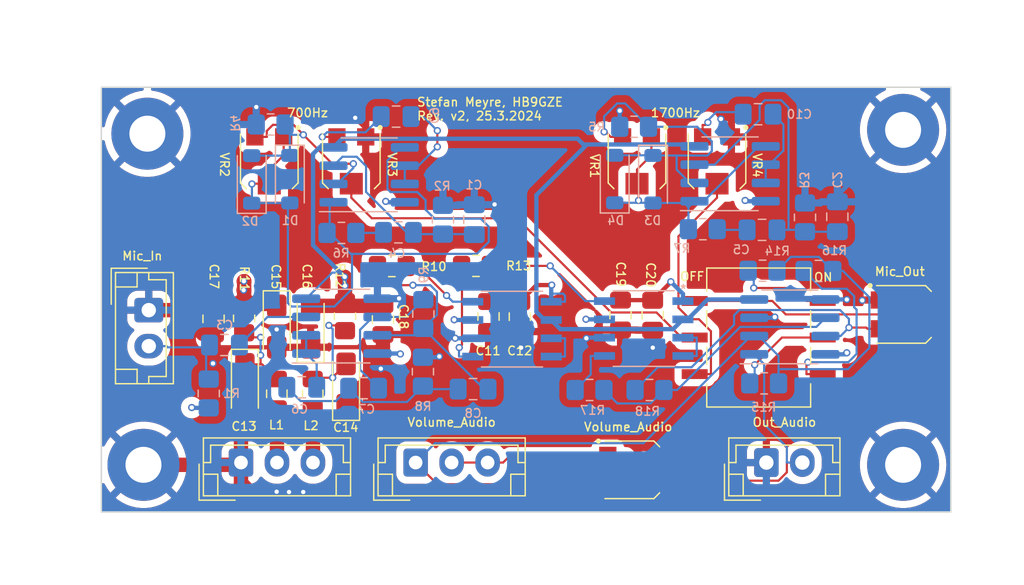
<source format=kicad_pcb>
(kicad_pcb (version 20240108) (generator "pcbnew") (generator_version "8.0")
  (title_block (title "PhasorRadio: MicAmp") (date "2024-03-24") (rev "v2") (company "Stefan Meyre, HB9GZE") (comment 4 "AISLER Project ID: JBOFZDZD"))
  (layers (0 "F.Cu" signal) (1 "In1.Cu" power) (2 "In2.Cu" power) (31 "B.Cu" signal) (34 "B.Paste" user) (35 "F.Paste" user) (36 "B.SilkS" user "B.Silkscreen") (37 "F.SilkS" user "F.Silkscreen") (38 "B.Mask" user) (39 "F.Mask" user) (44 "Edge.Cuts" user))
  (net 0 "")
  (net 1 "Net-(U1A--)")
  (net 2 "Net-(U1A-+)")
  (net 3 "-5V")
  (net 4 "Net-(C8-Pad2)")
  (net 5 "Net-(U1B--)")
  (net 6 "+5V")
  (net 7 "Net-(U2A-+)")
  (net 8 "GND")
  (net 9 "Net-(C9-Pad2)")
  (net 10 "Net-(Mic_In1-Pin_2)")
  (net 11 "Net-(C10-Pad2)")
  (net 12 "Net-(U3A-+)")
  (net 13 "Net-(U3B--)")
  (net 14 "Net-(C13-Pad1)")
  (net 15 "Net-(U6-CLK)")
  (net 16 "Net-(R14-Pad2)")
  (net 17 "Net-(R15-Pad2)")
  (net 18 "Net-(C6-Pad2)")
  (net 19 "Net-(D1-K)")
  (net 20 "Net-(D1-A)")
  (net 21 "Net-(D3-K)")
  (net 22 "Net-(D3-A)")
  (net 23 "Net-(U6-IN)")
  (net 24 "Net-(C4-Pad2)")
  (net 25 "Net-(C5-Pad2)")
  (net 26 "Net-(U2B--)")
  (net 27 "Net-(U4-CLK)")
  (net 28 "Net-(R16-Pad2)")
  (net 29 "Net-(U5-Pad2)")
  (net 30 "Net-(C14-Pad2)")
  (net 31 "Net-(U4-IN)")
  (net 32 "Net-(U4-OUT)")
  (net 33 "Net-(U6-OUT)")
  (net 34 "Net-(U4-OPIN-)")
  (net 35 "Net-(U6-OPIN-)")
  (net 36 "Net-(U5-Pad3)")
  (net 37 "Net-(U7B--)")
  (net 38 "/5V_In")
  (net 39 "/-5V_In")
  (net 40 "Net-(Mic_Out1-Pad2)")
  (net 41 "Net-(Mic_Out1-Pad3)")
  (net 42 "Net-(U7A--)")
  (net 43 "/Out_Audio")
  (footprint "Resistor_SMD:R_0805_2012Metric_Pad1.20x1.40mm_HandSolder" (layer "F.Cu") (at 121.9563 114.9865 180)
    (property "Reference" "R13")
    (property "Value" "0R" (hide yes))
  )
  (footprint "Capacitor_SMD:C_0805_2012Metric_Pad1.18x1.45mm_HandSolder" (layer "F.Cu") (at 122.8296 118.5006 -90)
    (property "Reference" "C11")
    (property "Value" "0nF" (hide yes))
  )
  (footprint "Inductor_SMD:L_0805_2012Metric_Pad1.15x1.40mm_HandSolder" (layer "F.Cu") (at 110.6208 123.8714 90)
    (property "Reference" "L2")
    (property "Value" "100uH" (hide yes))
  )
  (footprint "Resistor_SMD:R_0805_2012Metric_Pad1.20x1.40mm_HandSolder" (layer "F.Cu") (at 112.8606 118.4853 -90)
    (property "Reference" "R12")
    (property "Value" "1k" (hide yes))
  )
  (footprint "Private:TRIM_35WR10KLFTR" (layer "F.Cu") (at 138.7 107.6281 -90)
    (property "Reference" "VR4")
    (property "Value" "10k" (hide yes))
  )
  (footprint "Capacitor_Tantalum_SMD:CP_EIA-3216-12_Kemet-S_Pad1.58x1.35mm_HandSolder" (layer "F.Cu") (at 112.9356 123.2306 90)
    (property "Reference" "C14")
    (property "Value" "100uF" (hide yes))
  )
  (footprint "Connector_JST:JST_EH_B2B-EH-A_1x02_P2.50mm_Vertical" (layer "F.Cu") (at 99.2319 118.0602 -90)
    (property "Reference" "Mic_In")
    (property "Value" "Conn_01x02_Socket" (hide yes))
  )
  (footprint "Capacitor_SMD:C_0805_2012Metric_Pad1.18x1.45mm_HandSolder" (layer "F.Cu") (at 125.0045 118.5134 -90)
    (property "Reference" "C12")
    (property "Value" "11.1pF" (hide yes))
  )
  (footprint "Private:SW3_219-3MST_CTS" (layer "F.Cu") (at 141.594 119.9628)
    (property "Reference" "U5" (hide yes))
    (property "Value" "219-3MST" (hide yes))
  )
  (footprint "Capacitor_SMD:C_0805_2012Metric_Pad1.18x1.45mm_HandSolder" (layer "F.Cu") (at 103.7313 118.6668 90)
    (property "Reference" "C17")
    (property "Value" "10nF" (hide yes))
  )
  (footprint "Private:TRIM_35WR10KLFTR" (layer "F.Cu") (at 151.5825 118.3562)
    (property "Reference" "Mic_Out")
    (property "Value" "10k" (hide yes))
  )
  (footprint "Connector_JST:JST_EH_B2B-EH-A_1x02_P2.50mm_Vertical" (layer "F.Cu") (at 142.1265 128.6464)
    (property "Reference" "Out_Audio")
    (property "Value" "Conn_01x02_Socket" (hide yes))
  )
  (footprint "MountingHole:MountingHole_2.5mm_Pad_TopBottom" (layer "F.Cu") (at 99.1355 105.8056)
    (property "Reference" "H1" (hide yes))
    (property "Value" "MountingHole_Pad" (hide yes))
  )
  (footprint "Capacitor_Tantalum_SMD:CP_EIA-3216-12_Kemet-S_Pad1.58x1.35mm_HandSolder" (layer "F.Cu") (at 105.9081 123.2653 -90)
    (property "Reference" "C13")
    (property "Value" "100uF" (hide yes))
  )
  (footprint "Resistor_SMD:R_0805_2012Metric_Pad1.20x1.40mm_HandSolder" (layer "F.Cu") (at 116.115 114.9979 180)
    (property "Reference" "R10")
    (property "Value" "0R" (hide yes))
  )
  (footprint "MountingHole:MountingHole_2.5mm_Pad_TopBottom" (layer "F.Cu") (at 98.8648 128.8041)
    (property "Reference" "H3" (hide yes))
    (property "Value" "MountingHole_Pad" (hide yes))
  )
  (footprint "Private:TRIM_35WR10KLFTR" (layer "F.Cu") (at 132.7136 129.1497)
    (property "Reference" "Volume_Audio")
    (property "Value" "10k" (hide yes))
  )
  (footprint "Capacitor_SMD:C_0805_2012Metric_Pad1.18x1.45mm_HandSolder" (layer "F.Cu") (at 134.2297 118.417 -90)
    (property "Reference" "C20")
    (property "Value" "11.1pF" (hide yes))
  )
  (footprint "Connector_JST:JST_EH_B3B-EH-A_1x03_P2.50mm_Vertical" (layer "F.Cu") (at 105.6367 128.6464)
    (property "Reference" "Supp_MicAmp1" (hide yes))
    (property "Value" "Conn_01x03_Socket" (hide yes))
  )
  (footprint "Resistor_SMD:R_0805_2012Metric_Pad1.20x1.40mm_HandSolder" (layer "F.Cu") (at 105.8556 118.6319 -90)
    (property "Reference" "R11")
    (property "Value" "1k" (hide yes))
  )
  (footprint "Private:TRIM_35WR10KLFTR" (layer "F.Cu") (at 107.6027 107.6281 -90)
    (property "Reference" "VR2")
    (property "Value" "10k" (hide yes))
  )
  (footprint "Capacitor_SMD:C_0805_2012Metric_Pad1.18x1.45mm_HandSolder" (layer "F.Cu") (at 131.9969 118.4014 -90)
    (property "Reference" "C19")
    (property "Value" "0nF" (hide yes))
  )
  (footprint "Private:TRIM_35WR10KLFTR" (layer "F.Cu") (at 133.1413 107.6281 -90)
    (property "Reference" "VR1")
    (property "Value" "10k" (hide yes))
  )
  (footprint "Connector_JST:JST_EH_B3B-EH-A_1x03_P2.50mm_Vertical" (layer "F.Cu") (at 117.7668 128.6464)
    (property "Reference" "Volume_Audio")
    (property "Value" "Conn_01x03_Socket" (hide yes))
  )
  (footprint "Capacitor_SMD:C_0805_2012Metric_Pad1.18x1.45mm_HandSolder" (layer "F.Cu") (at 115.4965 118.7155 -90)
    (property "Reference" "C18")
    (property "Value" "100nF" (hide yes))
  )
  (footprint "Inductor_SMD:L_0805_2012Metric_Pad1.15x1.40mm_HandSolder" (layer "F.Cu") (at 108.1267 123.8693 90)
    (property "Reference" "L1")
    (property "Value" "100uH" (hide yes))
  )
  (footprint "Capacitor_Tantalum_SMD:CP_EIA-3216-12_Kemet-S_Pad1.58x1.35mm_HandSolder" (layer "F.Cu") (at 110.4746 119.1979 90)
    (property "Reference" "C16")
    (property "Value" "47uF" (hide yes))
  )
  (footprint "MountingHole:MountingHole_2.5mm_Pad_TopBottom" (layer "F.Cu") (at 151.6237 128.8041)
    (property "Reference" "H4" (hide yes))
    (property "Value" "MountingHole_Pad" (hide yes))
  )
  (footprint "Private:TRIM_35WR10KLFTR" (layer "F.Cu") (at 113.3 107.6281 -90)
    (property "Reference" "VR3")
    (property "Value" "10k" (hide yes))
  )
  (footprint "Capacitor_Tantalum_SMD:CP_EIA-3216-12_Kemet-S_Pad1.58x1.35mm_HandSolder" (layer "F.Cu") (at 108.1189 119.2031 -90)
    (property "Reference" "C15")
    (property "Value" "47uF" (hide yes))
  )
  (footprint "MountingHole:MountingHole_2.5mm_Pad_TopBottom" (layer "F.Cu") (at 151.6237 105.5403)
    (property "Reference" "H2" (hide yes))
    (property "Value" "MountingHole_Pad" (hide yes))
  )
  (footprint "Package_SO:SOIC-8_3.9x4.9mm_P1.27mm" (layer "B.Cu") (at 143.7577 119.2244)
    (property "Reference" "U7" (hide yes))
    (property "Value" "LM358" (hide yes))
  )
  (footprint "Diode_SMD:D_SOD-123" (layer "B.Cu") (at 109.0306 108.9645 -90)
    (property "Reference" "D1")
    (property "Value" "1N4148" (hide yes))
  )
  (footprint "Resistor_SMD:R_0805_2012Metric_Pad1.20x1.40mm_HandSolder" (layer "B.Cu") (at 132.9431 105.3251)
    (property "Reference" "R5")
    (property "Value" "3.3k" (hide yes))
  )
  (footprint "Resistor_SMD:R_0805_2012Metric_Pad1.20x1.40mm_HandSolder" (layer "B.Cu") (at 118.2726 122.3333 90)
    (property "Reference" "R8")
    (property "Value" "1.05k" (hide yes))
  )
  (footprint "Resistor_SMD:R_0805_2012Metric_Pad1.20x1.40mm_HandSolder" (layer "B.Cu") (at 118.3039 118.328 -90)
    (property "Reference" "R9")
    (property "Value" "6.34k" (hide yes))
  )
  (footprint "Diode_SMD:D_SOD-123" (layer "B.Cu") (at 131.5924 108.9537 90)
    (property "Reference" "D4")
    (property "Value" "1N4148" (hide yes))
  )
  (footprint "Package_SO:SOIC-8_3.9x4.9mm_P1.27mm" (layer "B.Cu") (at 112.64 119.1691)
    (property "Reference" "U1" (hide yes))
    (property "Value" "LM358" (hide yes))
  )
  (footprint "Resistor_SMD:R_0805_2012Metric_Pad1.20x1.40mm_HandSolder" (layer "B.Cu") (at 134.0089 123.6063)
    (property "Reference" "R18")
    (property "Value" "100k" (hide yes))
  )
  (footprint "Resistor_SMD:R_0805_2012Metric_Pad1.20x1.40mm_HandSolder" (layer "B.Cu") (at 141.863 115.3233 180)
    (property "Reference" "R14")
    (property "Value" "10k" (hide yes))
  )
  (footprint "Capacitor_SMD:C_0805_2012Metric_Pad1.18x1.45mm_HandSolder" (layer "B.Cu") (at 114.154 123.4804)
    (property "Reference" "C7")
    (property "Value" "470nF" (hide yes))
  )
  (footprint "Resistor_SMD:R_0805_2012Metric_Pad1.20x1.40mm_HandSolder" (layer "B.Cu") (at 129.8459 123.6063 180)
    (property "Reference" "R17")
    (property "Value" "10k" (hide yes))
  )
  (footprint "Resistor_SMD:R_0805_2012Metric_Pad1.20x1.40mm_HandSolder" (layer "B.Cu") (at 141.9716 123.1466 180)
    (property "Reference" "R15")
    (property "Value" "10k" (hide yes))
  )
  (footprint "Resistor_SMD:R_0805_2012Metric_Pad1.20x1.40mm_HandSolder" (layer "B.Cu") (at 119.665 111.7815 -90)
    (property "Reference" "R2")
    (property "Value" "47k" (hide yes))
  )
  (footprint "Resistor_SMD:R_0805_2012Metric_Pad1.20x1.40mm_HandSolder" (layer "B.Cu") (at 107.6977 105.166)
    (property "Reference" "R4")
    (property "Value" "3.3k" (hide yes))
  )
  (footprint "Capacitor_SMD:C_0805_2012Metric_Pad1.18x1.45mm_HandSolder" (layer "B.Cu") (at 121.8419 111.7756 -90)
    (property "Reference" "C1")
    (property "Value" "4.7nF" (hide yes))
  )
  (footprint "Package_SO:SOIC-8_3.9x4.9mm_P1.27mm" (layer "B.Cu") (at 139.6075 108.5911)
    (property "Reference" "U3" (hide yes))
    (property "Value" "LM358" (hide yes))
  )
  (footprint "Diode_SMD:D_SOD-123" (layer "B.Cu") (at 106.3819 108.9795 90)
    (property "Reference" "D2")
    (property "Value" "1N4148" (hide yes))
  )
  (footprint "Capacitor_SMD:C_0805_2012Metric_Pad1.18x1.45mm_HandSolder" (layer "B.Cu") (at 109.8576 123.4163 180)
    (property "Reference" "C6")
    (property "Value" "270nF" (hide yes))
  )
  (footprint "Private:MAX291" (layer "B.Cu") (at 124.46 119.38 180)
    (property "Reference" "U4" (hide yes))
    (property "Value" "MAX291ESA+" (hide yes))
  )
  (footprint "Resistor_SMD:R_0805_2012Metric_Pad1.20x1.40mm_HandSolder" (layer "B.Cu") (at 112.614 112.697 180)
    (property "Reference" "R6")
    (property "Value" "47k" (hide yes))
  )
  (footprint "Capacitor_SMD:C_0805_2012Metric_Pad1.18x1.45mm_HandSolder" (layer "B.Cu") (at 141.827 112.4848 180)
    (property "Reference" "C5")
    (property "Value" "4.7nF" (hide yes))
  )
  (footprint "Capacitor_SMD:C_0805_2012Metric_Pad1.18x1.45mm_HandSolder" (layer "B.Cu") (at 121.7573 123.5445)
    (property "Reference" "C8")
    (property "Value" "130nF" (hide yes))
  )
  (footprint "Capacitor_SMD:C_0805_2012Metric_Pad1.18x1.45mm_HandSolder" (layer "B.Cu") (at 116.4125 104.6184 180)
    (property "Reference" "C9")
    (property "Value" "1uF" (hide yes))
  )
  (footprint "Diode_SMD:D_SOD-123" (layer "B.Cu") (at 134.2535 108.9667 -90)
    (property "Reference" "D3")
    (property "Value" "1N4148" (hide yes))
  )
  (footprint "Resistor_SMD:R_0805_2012Metric_Pad1.20x1.40mm_HandSolder" (layer "B.Cu") (at 145.7466 115.3364 180)
    (property "Reference" "R16")
    (property "Value" "10k" (hide yes))
  )
  (footprint "Resistor_SMD:R_0805_2012Metric_Pad1.20x1.40mm_HandSolder" (layer "B.Cu") (at 144.8105 111.6169 -90)
    (property "Reference" "R3")
    (property "Value" "20k" (hide yes))
  )
  (footprint "Resistor_SMD:R_0805_2012Metric_Pad1.20x1.40mm_HandSolder" (layer "B.Cu") (at 137.712 112.438 180)
    (property "Reference" "R7")
    (property "Value" "20k" (hide yes))
  )
  (footprint "Capacitor_SMD:C_0805_2012Metric_Pad1.18x1.45mm_HandSolder" (layer "B.Cu") (at 141.5526 104.4543 180)
    (property "Reference" "C10")
    (property "Value" "1uF" (hide yes))
  )
  (footprint "Resistor_SMD:R_0805_2012Metric_Pad1.20x1.40mm_HandSolder" (layer "B.Cu") (at 103.397 123.8481 90)
    (property "Reference" "R1")
    (property "Value" "5.9k" (hide yes))
  )
  (footprint "Capacitor_SMD:C_0805_2012Metric_Pad1.18x1.45mm_HandSolder" (layer "B.Cu") (at 104.4897 120.4826)
    (property "Reference" "C3")
    (property "Value" "100nF" (hide yes))
  )
  (footprint "Private:MAX291" (layer "B.Cu") (at 133.6086 119.3372 180)
    (property "Reference" "U6" (hide yes))
    (property "Value" "MAX291ESA+" (hide yes))
  )
  (footprint "Capacitor_SMD:C_0805_2012Metric_Pad1.18x1.45mm_HandSolder" (layer "B.Cu") (at 147.0554 111.5738 -90)
    (property "Reference" "C2")
    (property "Value" "4.7nF" (hide yes))
  )
  (footprint "Capacitor_SMD:C_0805_2012Metric_Pad1.18x1.45mm_HandSolder" (layer "B.Cu") (at 116.5731 112.659 180)
    (property "Reference" "C4")
    (property "Value" "4.7nF" (hide yes))
  )
  (footprint "Package_SO:SOIC-8_3.9x4.9mm_P1.27mm" (layer "B.Cu") (at 114.5382 108.6618)
    (property "Reference" "U2" (hide yes))
    (property "Value" "LM358" (hide yes))
  )
  (gr_rect (start 95.94 102.58) (end 154.94 132.08) (stroke (width 0.1)) (fill none) (layer "Edge.Cuts"))
  (gr_text "Stefan Meyre, HB9GZE\nRev. v2, 25.3.2024" (at 117.811249 104.927656 0) (layer "F.SilkS") (effects (font (size 0.6 0.6) (thickness 0.1) (bold yes)) (justify left bottom)))
  (gr_text "700Hz" (at 108.780031 104.706031 0) (layer "F.SilkS") (effects (font (size 0.6 0.6) (thickness 0.1) (bold yes)) (justify left bottom)))
  (gr_text "1700Hz" (at 134.045281 104.706031 0) (layer "F.SilkS") (effects (font (size 0.6 0.6) (thickness 0.1) (bold yes)) (justify left bottom)))
  (segment (start 110.8951 121.8042) (end 110.165 121.0741) (width 0.15) (layer "B.Cu") (net 1))
  (segment (start 110.8951 123.4163) (end 110.8951 121.8042) (width 0.15) (layer "B.Cu") (net 1))
  (segment (start 110.165 119.8041) (end 110.165 121.0741) (width 0.15) (layer "B.Cu") (net 1))
  (segment (start 105.5272 120.4826) (end 107.4757 118.5341) (width 0.15) (layer "B.Cu") (net 2))
  (segment (start 107.4757 118.5341) (end 110.165 118.5341) (width 0.15) (layer "B.Cu") (net 2))
  (segment (start 115.455 117.719) (end 115.496 117.678) (width 1) (layer "F.Cu") (net 3))
  (segment (start 110.475 117.76) (end 112.8606 117.76) (width 1) (layer "F.Cu") (net 3))
  (segment (start 112.861 115.792) (end 112.839 115.771) (width 1) (layer "F.Cu") (net 3))
  (segment (start 115.4555 117.719) (end 115.4965 117.678) (width 0.15) (layer "F.Cu") (net 3))
  (segment (start 112.839 115.749) (end 112.818 115.749) (width 1) (layer "F.Cu") (net 3))
  (segment (start 112.861 116.372) (end 112.861 115.792) (width 1) (layer "F.Cu") (net 3))
  (segment (start 115.455 117.719) (end 115.4555 117.719) (width 0.15) (layer "F.Cu") (net 3))
  (segment (start 112.8606 117.76) (end 115.414 117.76) (width 1) (layer "F.Cu") (net 3))
  (segment (start 110.475 117.76) (end 110.4746 117.7604) (width 0.15) (layer "F.Cu") (net 3))
  (segment (start 112.8607 117.4853) (end 112.861 117.485) (width 0.15) (layer "F.Cu") (net 3))
  (segment (start 112.861 117.485) (end 112.861 116.372) (width 1) (layer "F.Cu") (net 3))
  (segment (start 112.818 115.749) (end 112.839 115.771) (width 1) (layer "F.Cu") (net 3))
  (segment (start 112.8606 117.4853) (end 112.8606 117.76) (width 0.15) (layer "F.Cu") (net 3))
  (segment (start 115.414 117.76) (end 115.455 117.719) (width 1) (layer "F.Cu") (net 3))
  (segment (start 112.8606 117.4853) (end 112.8607 117.4853) (width 0.15) (layer "F.Cu") (net 3))
  (segment (start 112.839 115.771) (end 112.839 115.749) (width 1) (layer "F.Cu") (net 3))
  (via (at 112.839 115.749) (size 0.5) (drill 0.3) (layers "F.Cu" "B.Cu") (net 3))
  (via (at 112.861 116.372) (size 0.5) (drill 0.3) (layers "F.Cu" "B.Cu") (net 3))
  (segment (start 126.721 118.745) (end 127.184 118.745) (width 0.3) (layer "B.Cu") (net 3))
  (segment (start 137.0664 106.62) (end 137.1325 106.6861) (width 0.15) (layer "B.Cu") (net 3))
  (segment (start 141.2823 117.319) (end 141.2827 117.3194) (width 0.15) (layer "B.Cu") (net 3))
  (segment (start 112.839 116.351) (end 112.861 116.372) (width 0.3) (layer "B.Cu") (net 3))
  (segment (start 129.4911 106.7289) (end 126.154 110.066) (width 0.3) (layer "B.Cu") (net 3))
  (segment (start 135.655 119.38) (end 136.3327 118.7023) (width 0.3) (layer "B.Cu") (net 3))
  (segment (start 112.663 106.157) (end 112.0632 106.7568) (width 0.3) (layer "B.Cu") (net 3))
  (segment (start 137 106.554) (end 129.414 106.554) (width 0.3) (layer "B.Cu") (net 3))
  (segment (start 137.066 106.62) (end 137.0664 106.62) (width 0.15) (layer "B.Cu") (net 3))
  (segment (start 129.54 106.68) (end 129.4911 106.7289) (width 0.3) (layer "B.Cu") (net 3))
  (segment (start 129.4911 106.7289) (end 129.4911 106.6311) (width 0.15) (layer "B.Cu") (net 3))
  (segment (start 137.132 106.686) (end 137.066 106.62) (width 0.3) (layer "B.Cu") (net 3))
  (segment (start 137.066 106.62) (end 137 106.554) (width 0.3) (layer "B.Cu") (net 3))
  (segment (start 127.184 118.745) (end 127.1841 118.7451) (width 0.3) (layer "B.Cu") (net 3))
  (segment (start 126.154 118.178) (end 126.721 118.745) (width 0.3) (layer "B.Cu") (net 3))
  (segment (start 110.641 107.204) (end 110.641 113.551) (width 0.3) (layer "B.Cu") (net 3))
  (segment (start 110.641 113.551) (end 112.5451 115.4551) (width 0.3) (layer "B.Cu") (net 3))
  (segment (start 136.3327 118.7023) (end 136.333 118.702) (width 0.3) (layer "B.Cu") (net 3))
  (segment (start 127.1841 118.7451) (end 127.819 119.38) (width 0.3) (layer "B.Cu") (net 3))
  (segment (start 110.165 117.2641) (end 111.974 115.4551) (width 0.15) (layer "B.Cu") (net 3))
  (segment (start 112.063 106.757) (end 111.088 106.757) (width 0.3) (layer "B.Cu") (net 3))
  (segment (start 136.3327 118.7023) (end 136.3327 118.7022) (width 0.15) (layer "B.Cu") (net 3))
  (segment (start 112.5451 115.4551) (end 112.839 115.749) (width 0.3) (layer "B.Cu") (net 3))
  (segment (start 111.088 106.757) (end 110.641 107.204) (width 0.3) (layer "B.Cu") (net 3))
  (segment (start 129.017 106.157) (end 112.663 106.157) (width 0.3) (layer "B.Cu") (net 3))
  (segment (start 138.042 117.319) (end 141.2823 117.319) (width 0.3) (layer "B.Cu") (net 3))
  (segment (start 127.819 119.38) (end 135.655 119.38) (width 0.3) (layer "B.Cu") (net 3))
  (segment (start 112.0632 106.7568) (end 112.063 106.757) (width 0.3) (layer "B.Cu") (net 3))
  (segment (start 141.2823 117.319) (end 141.283 117.319) (width 0.3) (layer "B.Cu") (net 3))
  (segment (start 126.154 110.066) (end 126.154 118.178) (width 0.3) (layer "B.Cu") (net 3))
  (segment (start 136.333 118.702) (end 136.66 118.702) (width 0.3) (layer "B.Cu") (net 3))
  (segment (start 127.1841 118.7451) (end 127.1841 118.745) (width 0.15) (layer "B.Cu") (net 3))
  (segment (start 111.974 115.4551) (end 112.5451 115.4551) (width 0.15) (layer "B.Cu") (net 3))
  (segment (start 112.839 115.749) (end 112.839 116.351) (width 0.3) (layer "B.Cu") (net 3))
  (segment (start 129.4911 106.6311) (end 129.414 106.554) (width 0.15) (layer "B.Cu") (net 3))
  (segment (start 136.66 118.702) (end 138.042 117.319) (width 0.3) (layer "B.Cu") (net 3))
  (segment (start 129.414 106.554) (end 129.017 106.157) (width 0.3) (layer "B.Cu") (net 3))
  (segment (start 115.115 114.9979) (end 116.4444 116.3273) (width 0.15) (layer "F.Cu") (net 4))
  (segment (start 116.4444 116.3273) (end 117.5785 116.3273) (width 0.15) (layer "F.Cu") (net 4))
  (via (at 117.5785 116.3273) (size 0.5) (drill 0.3) (layers "F.Cu" "B.Cu") (net 4))
  (segment (start 122.7948 123.5445) (end 122.5204 123.5445) (width 0.15) (layer "B.Cu") (net 4))
  (segment (start 118.7849 116.3273) (end 117.5785 116.3273) (width 0.15) (layer "B.Cu") (net 4))
  (segment (start 115.115 119.8041) (end 117.8278 119.8041) (width 0.15) (layer "B.Cu") (net 4))
  (segment (start 122.5204 123.5445) (end 118.3039 119.328) (width 0.15) (layer "B.Cu") (net 4))
  (segment (start 119.2465 116.7889) (end 118.7849 116.3273) (width 0.15) (layer "B.Cu") (net 4))
  (segment (start 118.3039 119.328) (end 119.2465 118.3854) (width 0.15) (layer "B.Cu") (net 4))
  (segment (start 119.2465 118.3854) (end 119.2465 116.7889) (width 0.15) (layer "B.Cu") (net 4))
  (segment (start 117.8278 119.8041) (end 118.3039 119.328) (width 0.15) (layer "B.Cu") (net 4))
  (segment (start 113.9058 119.426) (end 114.7977 118.5341) (width 0.15) (layer "B.Cu") (net 5))
  (segment (start 113.9058 122.1947) (end 113.9058 119.426) (width 0.15) (layer "B.Cu") (net 5))
  (segment (start 118.3039 117.328) (end 117.0978 118.5341) (width 0.15) (layer "B.Cu") (net 5))
  (segment (start 115.1915 123.4804) (end 113.9058 122.1947) (width 0.15) (layer "B.Cu") (net 5))
  (segment (start 114.7977 118.5341) (end 115.115 118.5341) (width 0.15) (layer "B.Cu") (net 5))
  (segment (start 117.0978 118.5341) (end 115.115 118.5341) (width 0.15) (layer "B.Cu") (net 5))
  (segment (start 105.856 117.6305) (end 105.8556 117.6309) (width 0.15) (layer "F.Cu") (net 6))
  (segment (start 103.731 117.629) (end 103.7316 117.629) (width 1) (layer "F.Cu") (net 6))
  (segment (start 105.856 117.629) (end 107.983 117.629) (width 1) (layer "F.Cu") (net 6))
  (segment (start 105.84 116.071) (end 105.856 116.055) (width 1) (layer "F.Cu") (net 6))
  (segment (start 105.856 116.635) (end 105.856 116.055) (width 1) (layer "F.Cu") (net 6))
  (segment (start 108.051 117.6975) (end 108.1189 117.7654) (width 0.15) (layer "F.Cu") (net 6))
  (segment (start 108.051 117.6975) (end 108.119 117.766) (width 1) (layer "F.Cu") (net 6))
  (segment (start 108.1189 117.7654) (end 108.1189 117.7656) (width 0.15) (layer "F.Cu") (net 6))
  (segment (start 105.856 117.632) (end 105.856 117.6305) (width 1) (layer "F.Cu") (net 6))
  (segment (start 105.856 117.629) (end 105.856 116.71) (width 1) (layer "F.Cu") (net 6))
  (segment (start 105.856 116.71) (end 105.818 116.673) (width 1) (layer "F.Cu") (net 6))
  (segment (start 105.856 117.6305) (end 105.856 117.629) (width 1) (layer "F.Cu") (net 6))
  (segment (start 103.7316 117.629) (end 105.856 117.629) (width 1) (layer "F.Cu") (net 6))
  (segment (start 105.856 116.055) (end 105.861 116.05) (width 1) (layer "F.Cu") (net 6))
  (segment (start 103.7316 117.629) (end 103.7313 117.6293) (width 0.15) (layer "F.Cu") (net 6))
  (segment (start 105.856 116.055) (end 105.861 116.05) (width 1) (layer "F.Cu") (net 6))
  (segment (start 105.818 116.673) (end 105.856 116.635) (width 1) (layer "F.Cu") (net 6))
  (segment (start 105.8556 117.6309) (end 105.8556 117.6319) (width 0.15) (layer "F.Cu") (net 6))
  (segment (start 105.84 116.05) (end 105.84 116.071) (width 1) (layer "F.Cu") (net 6))
  (segment (start 105.861 116.05) (end 105.84 116.05) (width 1) (layer "F.Cu") (net 6))
  (segment (start 107.983 117.629) (end 108.051 117.6975) (width 1) (layer "F.Cu") (net 6))
  (via (at 147.713 121.022) (size 0.5) (drill 0.3) (layers "F.Cu" "B.Cu") (net 6))
  (via (at 115.69 110.507) (size 0.5) (drill 0.3) (layers "F.Cu" "B.Cu") (net 6))
  (via (at 102.218 124.824) (size 0.5) (drill 0.3) (layers "F.Cu" "B.Cu") (net 6))
  (via (at 116.704 121.103) (size 0.5) (drill 0.3) (layers "F.Cu" "B.Cu") (net 6))
  (via (at 105.84 116.05) (size 0.5) (drill 0.3) (layers "F.Cu" "B.Cu") (net 6))
  (via (at 129.597 118.693) (size 0.5) (drill 0.3) (layers "F.Cu" "B.Cu") (net 6))
  (via (at 140.651 110.443) (size 0.5) (drill 0.3) (layers "F.Cu" "B.Cu") (net 6))
  (via (at 105.818 116.673) (size 0.5) (drill 0.3) (layers "F.Cu" "B.Cu") (net 6))
  (via (at 120.445 118.727) (size 0.5) (drill 0.3) (layers "F.Cu" "B.Cu") (net 6))
  (segment (start 115.115 121.074) (end 115.1151 121.074) (width 0.3) (layer "B.Cu") (net 6))
  (segment (start 146.2331 121.129) (end 147.606 121.129) (width 0.3) (layer "B.Cu") (net 6))
  (segment (start 120.463 118.745) (end 120.445 118.727) (width 0.3) (layer "B.Cu") (net 6))
  (segment (start 130.884 118.702) (end 129.607 118.702) (width 0.3) (layer "B.Cu") (net 6))
  (segment (start 117.013 110.567) (end 117.0132 110.5668) (width 0.15) (layer "B.Cu") (net 6))
  (segment (start 103.3969 124.848) (end 103.397 124.8481) (width 0.15) (layer "B.Cu") (net 6))
  (segment (start 142.0824 110.496) (end 142.0825 110.4961) (width 0.15) (layer "B.Cu") (net 6))
  (segment (start 115.749 110.567) (end 115.69 110.507) (width 0.3) (layer "B.Cu") (net 6))
  (segment (start 116.675 121.074) (end 116.704 121.103) (width 0.3) (layer "B.Cu") (net 6))
  (segment (start 115.1151 121.074) (end 116.675 121.074) (width 0.3) (layer "B.Cu") (net 6))
  (segment (start 142.082 110.496) (end 140.704 110.496) (width 0.3) (layer "B.Cu") (net 6))
  (segment (start 129.607 118.702) (end 129.597 118.693) (width 0.3) (layer "B.Cu") (net 6))
  (segment (start 140.704 110.496) (end 140.651 110.443) (width 0.3) (layer "B.Cu") (net 6))
  (segment (start 146.2331 121.129) (end 146.2327 121.1294) (width 0.15) (layer "B.Cu") (net 6))
  (segment (start 147.606 121.129) (end 147.713 121.022) (width 0.3) (layer "B.Cu") (net 6))
  (segment (start 117.013 110.567) (end 115.749 110.567) (width 0.3) (layer "B.Cu") (net 6))
  (segment (start 130.8842 118.702) (end 130.8844 118.7022) (width 0.15) (layer "B.Cu") (net 6))
  (segment (start 121.736 118.745) (end 121.7358 118.745) (width 0.3) (layer "B.Cu") (net 6))
  (segment (start 130.884 118.702) (end 130.8842 118.702) (width 0.15) (layer "B.Cu") (net 6))
  (segment (start 103.3969 124.848) (end 102.242 124.848) (width 0.3) (layer "B.Cu") (net 6))
  (segment (start 146.233 121.129) (end 146.2331 121.129) (width 0.3) (layer "B.Cu") (net 6))
  (segment (start 102.242 124.848) (end 102.218 124.824) (width 0.3) (layer "B.Cu") (net 6))
  (segment (start 121.7358 118.745) (end 120.463 118.745) (width 0.3) (layer "B.Cu") (net 6))
  (segment (start 103.397 124.848) (end 103.3969 124.848) (width 0.3) (layer "B.Cu") (net 6))
  (segment (start 142.082 110.496) (end 142.0824 110.496) (width 0.15) (layer "B.Cu") (net 6))
  (segment (start 115.1151 121.074) (end 115.115 121.0741) (width 0.15) (layer "B.Cu") (net 6))
  (segment (start 117.7331 112.7815) (end 119.665 112.7815) (width 0.15) (layer "B.Cu") (net 7))
  (segment (start 121.8103 112.7815) (end 121.8419 112.8131) (width 0.15) (layer "B.Cu") (net 7))
  (segment (start 119.665 112.7815) (end 121.8103 112.7815) (width 0.15) (layer "B.Cu") (net 7))
  (segment (start 114.3238 108.0562) (end 114.3238 109.8496) (width 0.15) (layer "B.Cu") (net 7))
  (segment (start 113.6752 107.4076) (end 114.3238 108.0562) (width 0.15) (layer "B.Cu") (net 7))
  (segment (start 112.6824 107.4076) (end 113.6752 107.4076) (width 0.15) (layer "B.Cu") (net 7))
  (segment (start 112.0632 108.0268) (end 112.6824 107.4076) (width 0.15) (layer "B.Cu") (net 7))
  (segment (start 117.1332 112.659) (end 117.6106 112.659) (width 0.15) (layer "B.Cu") (net 7))
  (segment (start 114.3238 109.8496) (end 117.1332 112.659) (width 0.15) (layer "B.Cu") (net 7))
  (segment (start 117.6106 112.659) (end 117.7331 112.7815) (width 0.15) (layer "B.Cu") (net 7))
  (segment (start 108.123 130.679) (end 108.116 130.672) (width 1) (layer "F.Cu") (net 8))
  (segment (start 139.7 106.028) (end 139.7 106.0281) (width 0.15) (layer "F.Cu") (net 8))
  (segment (start 115.496 122.035) (end 115.496 120.623) (width 1) (layer "F.Cu") (net 8))
  (segment (start 122.8297 119.538) (end 122.8296 119.5381) (width 0.15) (layer "F.Cu") (net 8))
  (segment (start 131.997 119.439) (end 131.9969 119.4389) (width 0.15) (layer "F.Cu") (net 8))
  (segment (start 112.936 130.031) (end 112.288 130.679) (width 1) (layer "F.Cu") (net 8))
  (segment (start 103.731 122.551) (end 103.731 121.8) (width 1) (layer "F.Cu") (net 8))
  (segment (start 103.693 121.761) (end 103.731 121.722) (width 1) (layer "F.Cu") (net 8))
  (segment (start 112.9356 127.0588) (end 112.9356 124.6681) (width 0.15) (layer "F.Cu") (net 8))
  (segment (start 115.351 122.191) (end 112.936 124.606) (width 1) (layer "F.Cu") (net 8))
  (segment (start 112.936 127.0592) (end 112.936 130.031) (width 1) (layer "F.Cu") (net 8))
  (segment (start 103.731 119.704) (end 102.99 119.704) (width 1) (layer "F.Cu") (net 8))
  (segment (start 149.9823 117.356) (end 149.9825 117.3562) (width 0.15) (layer "F.Cu") (net 8))
  (segment (start 106.247 130.679) (end 105.637 130.068) (width 1) (layer "F.Cu") (net 8))
  (segment (start 98.8648 128.804) (end 105.479 128.804) (width 1) (layer "F.Cu") (net 8))
  (segment (start 103.731 120.1745) (end 103.731 119.704) (width 1) (layer "F.Cu") (net 8))
  (segment (start 108.119 120.641) (end 103.735 120.641) (width 0.3) (layer "F.Cu") (net 8))
  (segment (start 105.908 126.265) (end 105.908 125.484) (width 1) (layer "F.Cu") (net 8))
  (segment (start 103.731 120.1745) (end 103.7313 120.1742) (width 0.15) (layer "F.Cu") (net 8))
  (segment (start 114.3 106.028) (end 114.3 105.433) (width 0.3) (layer "F.Cu") (net 8))
  (segment (start 125.004 119.551) (end 125.004 120.579) (width 0.3) (layer "F.Cu") (net 8))
  (segment (start 103.731 121.722) (end 103.731 120.645) (width 1) (layer "F.Cu") (net 8))
  (segment (start 134.23 120.0555) (end 134.23 120.657) (width 0.3) (layer "F.Cu") (net 8))
  (segment (start 112.936 124.606) (end 112.936 127.0592) (width 1) (layer "F.Cu") (net 8))
  (segment (start 115.351 122.126) (end 115.351 122.191) (width 1) (layer "F.Cu") (net 8))
  (segment (start 131.997 119.439) (end 134.214 119.439) (width 0.3) (layer "F.Cu") (net 8))
  (segment (start 124.998 119.5445) (end 125.004 119.551) (width 0.3) (layer "F.Cu") (net 8))
  (segment (start 108.974 130.693) (end 108.96 130.679) (width 1) (layer "F.Cu") (net 8))
  (segment (start 109.948 130.679) (end 108.988 130.679) (width 1) (layer "F.Cu") (net 8))
  (segment (start 105.908 125.484) (end 105.9081 125.4839) (width 0.15) (layer "F.Cu") (net 8))
  (segment (start 134.23 120.657) (end 134.239 120.667) (width 0.3) (layer "F.Cu") (net 8))
  (segment (start 108.1189 120.0221) (end 108.1189 120.6406) (width 0.15) (layer "F.Cu") (net 8))
  (segment (start 149.982 117.356) (end 149.9823 117.356) (width 0.15) (layer "F.Cu") (net 8))
  (segment (start 102.99 119.704) (end 101.346 118.06) (width 1) (layer "F.Cu") (net 8))
  (segment (start 105.883 124.703) (end 103.731 122.551) (width 1) (layer "F.Cu") (net 8))
  (segment (start 110.475 120.635) (end 115.484 120.635) (width 0.3) (layer "F.Cu") (net 8))
  (segment (start 105.9081 125.4839) (end 105.9081 124.7028) (width 0.15) (layer "F.Cu") (net 8))
  (segment (start 105.637 128.646) (end 105.637 126.575) (width 1) (layer "F.Cu") (net 8))
  (segment (start 109.976 130.679) (end 109.962 130.693) (width 1) (layer "F.Cu") (net 8))
  (segment (start 109.962 130.693) (end 109.948 130.679) (width 1) (layer "F.Cu") (net 8))
  (segment (start 115.496 120.188) (end 115.496 119.753) (width 1) (layer "F.Cu") (net 8))
  (segment (start 110.469 120.641) (end 110.4746 120.6354) (width 0.3) (layer "F.Cu") (net 8))
  (segment (start 125.004 120.579) (end 125.093 120.667) (width 0.3) (layer "F.Cu") (net 8))
  (segment (start 149.982 117.356) (end 148.811 117.356) (width 0.3) (layer "F.Cu") (net 8))
  (segment (start 122.83 119.538) (end 122.8297 119.538) (width 0.15) (layer "F.Cu") (net 8))
  (segment (start 115.484 120.635) (end 115.496 120.623) (width 0.3) (layer "F.Cu") (net 8))
  (segment (start 108.988 130.679) (end 108.974 130.693) (width 1) (layer "F.Cu") (net 8))
  (segment (start 124.998 119.5445) (end 124.9981 119.5445) (width 0.15) (layer "F.Cu") (net 8))
  (segment (start 101.346 118.06) (end 99.2319 118.06) (width 1) (layer "F.Cu") (net 8))
  (segment (start 110.4746 120.6354) (end 110.475 120.635) (width 0.3) (layer "F.Cu") (net 8))
  (segment (start 115.496 120.188) (end 115.4965 120.1875) (width 0.15) (layer "F.Cu") (net 8))
  (segment (start 105.637 130.068) (end 105.637 128.646) (width 1) (layer "F.Cu") (net 8))
  (segment (start 105.928 126.284) (end 105.908 126.265) (width 1) (layer "F.Cu") (net 8))
  (segment (start 105.637 126.575) (end 105.928 126.284) (width 1) (layer "F.Cu") (net 8))
  (segment (start 114.3 105.433) (end 113.571 104.704) (width 0.3) (layer "F.Cu") (net 8))
  (segment (start 134.23 120.0555) (end 134.2297 120.0552) (width 0.15) (layer "F.Cu") (net 8))
  (segment (start 108.108 130.679) (end 106.247 130.679) (width 1) (layer "F.Cu") (net 8))
  (segment (start 103.7313 120.1742) (end 103.7313 119.7043) (width 0.15) (layer "F.Cu") (net 8))
  (segment (start 114.3 106.028) (end 114.3 106.0281) (width 0.15) (layer "F.Cu") (net 8))
  (segment (start 134.2297 120.0552) (end 134.2297 119.4545) (width 0.15) (layer "F.Cu") (net 8))
  (segment (start 103.731 120.645) (end 103.731 120.1745) (width 1) (layer "F.Cu") (net 8))
  (segment (start 139.7 105.513) (end 138.97 104.783) (width 0.3) (layer "F.Cu") (net 8))
  (segment (start 108.116 130.672) (end 108.108 130.679) (width 1) (layer "F.Cu") (net 8))
  (segment (start 115.501 122.04) (end 115.496 122.035) (width 1) (layer "F.Cu") (net 8))
  (segment (start 115.416 122.126) (end 115.501 122.04) (width 1) (layer "F.Cu") (net 8))
  (segment (start 115.4965 120.1875) (end 115.4965 119.753) (width 0.15) (layer "F.Cu") (net 8))
  (segment (start 124.9981 119.5445) (end 125.0045 119.5509) (width 0.15) (layer "F.Cu") (net 8))
  (segment (start 112.936 127.0592) (end 112.9356 127.0588) (width 0.15) (layer "F.Cu") (net 8))
  (segment (start 103.731 121.8) (end 103.693 121.761) (width 1) (layer "F.Cu") (net 8))
  (segment (start 108.119 119.403) (end 108.116 119.399) (width 0.3) (layer "F.Cu") (net 8))
  (segment (start 108.119 120.022) (end 108.119 119.403) (width 0.3) (layer "F.Cu") (net 8))
  (segment (start 124.992 119.538) (end 124.998 119.5445) (width 0.3) (layer "F.Cu") (net 8))
  (segment (start 108.119 120.641) (end 108.119 120.022) (width 0.3) (layer "F.Cu") (net 8))
  (segment (start 105.908 125.484) (end 105.908 124.703) (width 1) (layer "F.Cu") (net 8))
  (segment (start 105.479 128.804) (end 105.637 128.646) (width 1) (layer "F.Cu") (net 8))
  (segment (start 134.23 119.454) (end 134.23 120.0555) (width 0.3) (layer "F.Cu") (net 8))
  (segment (start 105.908 124.703) (end 105.883 124.703) (width 1) (layer "F.Cu") (net 8))
  (segment (start 139.7 106.028) (end 139.7 105.513) (width 0.3) (layer "F.Cu") (net 8))
  (segment (start 122.83 119.538) (end 124.992 119.538) (width 0.3) (layer "F.Cu") (net 8))
  (segment (start 112.288 130.679) (end 109.976 130.679) (width 1) (layer "F.Cu") (net 8))
  (segment (start 108.119 120.022) (end 108.1189 120.0221) (width 0.15) (layer "F.Cu") (net 8))
  (segment (start 148.811 117.356) (end 148.787 117.38) (width 0.3) (layer "F.Cu") (net 8))
  (segment (start 108.96 130.679) (end 108.123 130.679) (width 1) (layer "F.Cu") (net 8))
  (segment (start 103.735 120.641) (end 103.731 120.645) (width 0.3) (layer "F.Cu") (net 8))
  (segment (start 115.496 120.623) (end 115.496 120.188) (width 1) (layer "F.Cu") (net 8))
  (segment (start 108.119 120.641) (end 110.469 120.641) (width 0.3) (layer "F.Cu") (net 8))
  (segment (start 115.351 122.126) (end 115.416 122.126) (width 1) (layer "F.Cu") (net 8))
  (segment (start 134.214 119.439) (end 134.23 119.454) (width 0.3) (layer "F.Cu") (net 8))
  (via (at 129.625 120.011) (size 0.5) (drill 0.3) (layers "F.Cu" "B.Cu") (net 8))
  (via (at 106.701 103.953) (size 0.5) (drill 0.3) (layers "F.Cu" "B.Cu") (net 8))
  (via (at 123.251 110.718) (size 0.5) (drill 0.3) (layers "F.Cu" "B.Cu") (net 8))
  (via (at 119.414 121.276) (size 0.5) (drill 0.3) (layers "F.Cu" "B.Cu") (net 8))
  (via (at 115.351 122.126) (size 0.5) (drill 0.3) (layers "F.Cu" "B.Cu") (net 8))
  (via (at 113.571 104.704) (size 0.5) (drill 0.3) (layers "F.Cu" "B.Cu") (net 8))
  (via (at 108.974 130.693) (size 0.5) (drill 0.3) (layers "F.Cu" "B.Cu") (net 8))
  (via (at 109.962 130.693) (size 0.5) (drill 0.3) (layers "F.Cu" "B.Cu") (net 8))
  (via (at 134.239 120.667) (size 0.5) (drill 0.3) (layers "F.Cu" "B.Cu") (net 8))
  (via (at 116.616 117.248) (size 0.5) (drill 0.3) (layers "F.Cu" "B.Cu") (net 8))
  (via (at 108.116 130.672) (size 0.5) (drill 0.3) (layers "F.Cu" "B.Cu") (net 8))
  (via (at 138.97 104.783) (size 0.5) (drill 0.3) (layers "F.Cu" "B.Cu") (net 8))
  (via (at 131.941 104.21) (size 0.5) (drill 0.3) (layers "F.Cu" "B.Cu") (net 8))
  (via (at 125.093 120.667) (size 0.5) (drill 0.3) (layers "F.Cu" "B.Cu") (net 8))
  (via (at 148.787 117.38) (size 0.5) (drill 0.3) (layers "F.Cu" "B.Cu") (net 8))
  (via (at 142.71 118.541) (size 0.5) (drill 0.3) (layers "F.Cu" "B.Cu") (net 8))
  (via (at 103.693 121.761) (size 0.5) (drill 0.3) (layers "F.Cu" "B.Cu") (net 8))
  (via (at 120.509 120.009) (size 0.5) (drill 0.3) (layers "F.Cu" "B.Cu") (net 8))
  (via (at 108.116 119.399) (size 0.5) (drill 0.3) (layers "F.Cu" "B.Cu") (net 8))
  (via (at 147.714 117.323) (size 0.5) (drill 0.3) (layers "F.Cu" "B.Cu") (net 8))
  (segment (start 141.2831 118.589) (end 141.2827 118.5894) (width 0.15) (layer "B.Cu") (net 8))
  (segment (start 141.2831 118.589) (end 142.661 118.589) (width 0.3) (layer "B.Cu") (net 8))
  (segment (start 123.23 110.738) (end 123.251 110.718) (width 0.3) (layer "B.Cu") (net 8))
  (segment (start 146.2331 117.319) (end 147.711 117.319) (width 0.3) (layer "B.Cu") (net 8))
  (segment (start 120.515 120.015) (end 120.509 120.009) (width 0.3) (layer "B.Cu") (net 8))
  (segment (start 106.6977 104.5613) (end 106.6977 105.166) (width 0.15) (layer "B.Cu") (net 8))
  (segment (start 118.273 121.333) (end 119.357 121.333) (width 0.3) (layer "B.Cu") (net 8))
  (segment (start 106.698 104.561) (end 106.698 103.956) (width 0.3) (layer "B.Cu") (net 8))
  (segment (start 147.711 117.319) (end 147.714 117.323) (width 0.3) (layer "B.Cu") (net 8))
  (segment (start 131.943 104.7685) (end 131.9431 104.7686) (width 0.15) (layer "B.Cu") (net 8))
  (segment (start 144.8106 110.617) (end 144.8105 110.6169) (width 0.15) (layer "B.Cu") (net 8))
  (segment (start 131.943 104.7685) (end 131.943 104.212) (width 0.3) (layer "B.Cu") (net 8))
  (segment (start 119.6655 110.782) (end 121.798 110.782) (width 0.3) (layer "B.Cu") (net 8))
  (segment (start 147.0152 110.5765) (end 147.0554 110.5363) (width 0.15) (layer "B.Cu") (net 8))
  (segment (start 130.8842 119.972) (end 130.8844 119.9722) (width 0.15) (layer "B.Cu") (net 8))
  (segment (start 106.698 105.166) (end 106.698 104.561) (width 0.3) (layer "B.Cu") (net 8))
  (segment (start 121.736 120.015) (end 121.7358 120.015) (width 0.3) (layer "B.Cu") (net 8))
  (segment (start 119.357 121.333) (end 119.414 121.276) (width 0.3) (layer "B.Cu") (net 8))
  (segment (start 106.698 104.561) (end 106.6977 104.5613) (width 0.15) (layer "B.Cu") (net 8))
  (segment (start 131.943 105.325) (end 131.943 104.7685) (width 0.3) (layer "B.Cu") (net 8))
  (segment (start 115.1151 117.264) (end 115.115 117.2641) (width 0.15) (layer "B.Cu") (net 8))
  (segment (start 119.665 110.782) (end 119.6655 110.782) (width 0.3) (layer "B.Cu") (net 8))
  (segment (start 130.884 119.972) (end 129.664 119.972) (width 0.3) (layer "B.Cu") (net 8))
  (segment (start 147.015 110.5765) (end 147.055 110.536) (width 0.3) (layer "B.Cu") (net 8))
  (segment (start 146.233 117.319) (end 146.2331 117.319) (width 0.3) (layer "B.Cu") (net 8))
  (segment (start 121.8419 110.7381) (end 121.842 110.738) (width 0.3) (layer "B.Cu") (net 8))
  (segment (start 118.273 121.333) (end 118.2729 121.333) (width 0.15) (layer "B.Cu") (net 8))
  (segment (start 121.798 110.782) (end 121.8419 110.7381) (width 0.3) (layer "B.Cu") (net 8))
  (segment (start 147.055 110.536) (end 147.055 110.109) (width 0.3) (layer "B.Cu") (net 8))
  (segment (start 151.6237 105.5403) (end 151.624 105.54) (width 0.3) (layer "B.Cu") (net 8))
  (segment (start 146.975 110.617) (end 147.015 110.5765) (width 0.3) (layer "B.Cu") (net 8))
  (segment (start 147.055 110.109) (end 151.6237 105.5403) (width 0.3) (layer "B.Cu") (net 8))
  (segment (start 115.1151 117.264) (end 116.599 117.264) (width 0.3) (layer "B.Cu") (net 8))
  (segment (start 119.6655 110.782) (end 119.665 110.7815) (width 0.15) (layer "B.Cu") (net 8))
  (segment (start 115.115 117.264) (end 115.1151 117.264) (width 0.3) (layer "B.Cu") (net 8))
  (segment (start 129.664 119.972) (end 129.625 120.011) (width 0.3) (layer "B.Cu") (net 8))
  (segment (start 130.884 119.972) (end 130.8842 119.972) (width 0.15) (layer "B.Cu") (net 8))
  (segment (start 118.2729 121.333) (end 118.2726 121.3333) (width 0.15) (layer "B.Cu") (net 8))
  (segment (start 141.283 118.589) (end 141.2831 118.589) (width 0.3) (layer "B.Cu") (net 8))
  (segment (start 116.599 117.264) (end 116.616 117.248) (width 0.3) (layer "B.Cu") (net 8))
  (segment (start 147.015 110.5765) (end 147.0152 110.5765) (width 0.15) (layer "B.Cu") (net 8))
  (segment (start 106.698 103.956) (end 106.701 103.953) (width 0.3) (layer "B.Cu") (net 8))
  (segment (start 131.9431 104.7686) (end 131.9431 105.3251) (width 0.15) (layer "B.Cu") (net 8))
  (segment (start 144.8106 110.617) (end 146.975 110.617) (width 0.3) (layer "B.Cu") (net 8))
  (segment (start 144.81 110.617) (end 144.8106 110.617) (width 0.3) (layer "B.Cu") (net 8))
  (segment (start 121.842 110.738) (end 123.23 110.738) (width 0.3) (layer "B.Cu") (net 8))
  (segment (start 131.943 104.212) (end 131.941 104.21) (width 0.3) (layer "B.Cu") (net 8))
  (segment (start 146.2331 117.319) (end 146.2327 117.3194) (width 0.15) (layer "B.Cu") (net 8))
  (segment (start 142.661 118.589) (end 142.71 118.541) (width 0.3) (layer "B.Cu") (net 8))
  (segment (start 121.7358 120.015) (end 120.515 120.015) (width 0.3) (layer "B.Cu") (net 8))
  (segment (start 111.4733 106.0281) (end 111.2844 106.0281) (width 0.15) (layer "F.Cu") (net 9))
  (segment (start 112.3 106.0281) (end 111.4733 106.0281) (width 0.15) (layer "F.Cu") (net 9))
  (via (at 111.2844 106.0281) (size 0.5) (drill 0.3) (layers "F.Cu" "B.Cu") (net 9))
  (segment (start 114.2887 105.7047) (end 111.6078 105.7047) (width 0.15) (layer "B.Cu") (net 9))
  (segment (start 115.375 104.6184) (end 114.2887 105.7047) (width 0.15) (layer "B.Cu") (net 9))
  (segment (start 111.6078 105.7047) (end 111.2844 106.0281) (width 0.15) (layer "B.Cu") (net 9))
  (segment (start 103.2163 120.6426) (end 100.541 120.6426) (width 0.15) (layer "B.Cu") (net 10))
  (segment (start 99.2319 120.5602) (end 100.4586 120.5602) (width 0.15) (layer "B.Cu") (net 10))
  (segment (start 103.2922 120.6426) (end 103.2163 120.6426) (width 0.15) (layer "B.Cu") (net 10))
  (segment (start 103.4522 120.4826) (end 103.2922 120.6426) (width 0.15) (layer "B.Cu") (net 10))
  (segment (start 103.2163 120.6426) (end 103.2163 122.6674) (width 0.15) (layer "B.Cu") (net 10))
  (segment (start 100.541 120.6426) (end 100.4586 120.5602) (width 0.15) (layer "B.Cu") (net 10))
  (segment (start 103.2163 122.6674) (end 103.397 122.8481) (width 0.15) (layer "B.Cu") (net 10))
  (segment (start 137.7 106.0281) (end 137.7 105.2014) (width 0.15) (layer "F.Cu") (net 11))
  (segment (start 138.0653 105.0196) (end 137.8835 105.2014) (width 0.15) (layer "F.Cu") (net 11))
  (segment (start 137.8835 105.2014) (end 137.7 105.2014) (width 0.15) (layer "F.Cu") (net 11))
  (via (at 138.0653 105.0196) (size 0.5) (drill 0.3) (layers "F.Cu" "B.Cu") (net 11))
  (segment (start 138.6374 104.3063) (end 138.0653 104.8784) (width 0.15) (layer "B.Cu") (net 11))
  (segment (start 140.3671 104.3063) (end 138.6374 104.3063) (width 0.15) (layer "B.Cu") (net 11))
  (segment (start 140.5151 104.4543) (end 140.3671 104.3063) (width 0.15) (layer "B.Cu") (net 11))
  (segment (start 138.0653 104.8784) (end 138.0653 105.0196) (width 0.15) (layer "B.Cu") (net 11))
  (segment (start 138.5357 107.9561) (end 137.1325 107.9561) (width 0.15) (layer "B.Cu") (net 12))
  (segment (start 143.1579 103.4825) (end 142.0186 103.4825) (width 0.15) (layer "B.Cu") (net 12))
  (segment (start 143.6654 103.99) (end 143.1579 103.4825) (width 0.15) (layer "B.Cu") (net 12))
  (segment (start 141.6588 103.8423) (end 141.6588 104.833) (width 0.15) (layer "B.Cu") (net 12))
  (segment (start 144.6784 112.4848) (end 144.8105 112.6169) (width 0.15) (layer "B.Cu") (net 12))
  (segment (start 141.6588 104.833) (end 138.5357 107.9561) (width 0.15) (layer "B.Cu") (net 12))
  (segment (start 142.8645 112.4848) (end 143.6654 112.4848) (width 0.15) (layer "B.Cu") (net 12))
  (segment (start 143.6654 112.4848) (end 143.6654 103.99) (width 0.15) (layer "B.Cu") (net 12))
  (segment (start 143.6654 112.4848) (end 144.6784 112.4848) (width 0.15) (layer "B.Cu") (net 12))
  (segment (start 142.0186 103.4825) (end 141.6588 103.8423) (width 0.15) (layer "B.Cu") (net 12))
  (segment (start 147.0554 112.6113) (end 147.0498 112.6169) (width 0.15) (layer "B.Cu") (net 12))
  (segment (start 147.0498 112.6169) (end 144.8105 112.6169) (width 0.15) (layer "B.Cu") (net 12))
  (segment (start 143.309 105.1732) (end 143.309 106.9789) (width 0.15) (layer "B.Cu") (net 13))
  (segment (start 142.0825 107.9561) (end 142.0825 109.2261) (width 0.15) (layer "B.Cu") (net 13))
  (segment (start 143.309 106.9789) (end 142.3318 107.9561) (width 0.15) (layer "B.Cu") (net 13))
  (segment (start 142.5901 104.4543) (end 143.309 105.1732) (width 0.15) (layer "B.Cu") (net 13))
  (segment (start 142.3318 107.9561) (end 142.0825 107.9561) (width 0.15) (layer "B.Cu") (net 13))
  (segment (start 106.9998 121.1964) (end 106.9998 121.8278) (width 0.15) (layer "F.Cu") (net 14))
  (segment (start 105.9081 121.8278) (end 106.9998 121.8278) (width 0.15) (layer "F.Cu") (net 14))
  (segment (start 106.9998 121.8278) (end 107.1102 121.8278) (width 0.15) (layer "F.Cu") (net 14))
  (segment (start 107.1102 121.8278) (end 108.1267 122.8443) (width 0.15) (layer "F.Cu") (net 14))
  (segment (start 106.1747 119.951) (end 105.8556 119.6319) (width 0.15) (layer "F.Cu") (net 14))
  (segment (start 106.9998 119.951) (end 106.1747 119.951) (width 0.15) (layer "F.Cu") (net 14))
  (via (at 106.9998 121.1964) (size 0.5) (drill 0.3) (layers "F.Cu" "B.Cu") (net 14))
  (via (at 106.9998 119.951) (size 0.5) (drill 0.3) (layers "F.Cu" "B.Cu") (net 14))
  (segment (start 106.9998 119.951) (end 106.9998 121.1964) (width 0.15) (layer "B.Cu") (net 14))
  (segment (start 134.214 117.364) (end 134.222 117.372) (width 0.3) (layer "F.Cu") (net 15))
  (segment (start 134.222 117.372) (end 134.2222 117.372) (width 0.15) (layer "F.Cu") (net 15))
  (segment (start 131.997 117.364) (end 134.214 117.364) (width 0.3) (layer "F.Cu") (net 15))
  (segment (start 135.492 116.117) (end 135.492 116.089) (width 0.3) (layer "F.Cu") (net 15))
  (segment (start 131.997 117.364) (end 131.9969 117.3639) (width 0.15) (layer "F.Cu") (net 15))
  (segment (start 134.2222 117.372) (end 134.2297 117.3795) (width 0.15) (layer "F.Cu") (net 15))
  (segment (start 134.23 117.38) (end 135.492 116.117) (width 0.3) (layer "F.Cu") (net 15))
  (segment (start 134.222 117.372) (end 134.23 117.38) (width 0.3) (layer "F.Cu") (net 15))
  (via (at 135.492 116.089) (size 0.5) (drill 0.3) (layers "F.Cu" "B.Cu") (net 15))
  (segment (start 136.333 116.93) (end 135.492 116.089) (width 0.3) (layer "B.Cu") (net 15))
  (segment (start 136.333 117.432) (end 136.333 116.93) (width 0.3) (layer "B.Cu") (net 15))
  (segment (start 136.3327 117.4322) (end 136.3328 117.4322) (width 0.15) (layer "B.Cu") (net 15))
  (segment (start 136.3328 117.4322) (end 136.333 117.432) (width 0.15) (layer "B.Cu") (net 15))
  (segment (start 144.0093 116.5215) (end 144.9106 117.4228) (width 0.15) (layer "F.Cu") (net 16))
  (segment (start 141.2513 116.5215) (end 144.0093 116.5215) (width 0.15) (layer "F.Cu") (net 16))
  (segment (start 146.039 117.4228) (end 144.9106 117.4228) (width 0.15) (layer "F.Cu") (net 16))
  (via (at 141.2513 116.5215) (size 0.5) (drill 0.3) (layers "F.Cu" "B.Cu") (net 16))
  (segment (start 141.2513 115.7116) (end 141.2513 116.5215) (width 0.15) (layer "B.Cu") (net 16))
  (segment (start 140.863 115.3233) (end 141.2513 115.7116) (width 0.15) (layer "B.Cu") (net 16))
  (segment (start 143.2085 119.9628) (end 146.039 119.9628) (width 0.15) (layer "F.Cu") (net 17))
  (segment (start 141.3146 121.8567) (end 143.2085 119.9628) (width 0.15) (layer "F.Cu") (net 17))
  (via (at 141.3146 121.8567) (size 0.5) (drill 0.3) (layers "F.Cu" "B.Cu") (net 17))
  (segment (start 140.9716 123.1466) (end 141.3146 122.8036) (width 0.15) (layer "B.Cu") (net 17))
  (segment (start 141.3146 122.8036) (end 141.3146 121.8567) (width 0.15) (layer "B.Cu") (net 17))
  (segment (start 120.7198 123.5445) (end 118.4838 123.5445) (width 0.15) (layer "B.Cu") (net 18))
  (segment (start 112.2221 124.3748) (end 113.1165 123.4804) (width 0.15) (layer "B.Cu") (net 18))
  (segment (start 109.7786 124.3748) (end 112.2221 124.3748) (width 0.15) (layer "B.Cu") (net 18))
  (segment (start 108.8201 123.4163) (end 109.7786 124.3748) (width 0.15) (layer "B.Cu") (net 18))
  (segment (start 117.1664 124.4395) (end 118.2726 123.3333) (width 0.15) (layer "B.Cu") (net 18))
  (segment (start 114.0756 124.4395) (end 117.1664 124.4395) (width 0.15) (layer "B.Cu") (net 18))
  (segment (start 118.4838 123.5445) (end 118.2726 123.3333) (width 0.15) (layer "B.Cu") (net 18))
  (segment (start 113.1165 123.4804) (end 114.0756 124.4395) (width 0.15) (layer "B.Cu") (net 18))
  (segment (start 111.9772 107.8921) (end 113.4405 107.8921) (width 0.15) (layer "F.Cu") (net 19))
  (segment (start 109.9695 105.8844) (end 109.9695 105.8719) (width 0.15) (layer "F.Cu") (net 19))
  (segment (start 107.4294 105.6147) (end 107.4294 106.0281) (width 0.15) (layer "F.Cu") (net 19))
  (segment (start 107.852 105.1921) (end 107.4294 105.6147) (width 0.15) (layer "F.Cu") (net 19))
  (segment (start 109.2897 105.1921) (end 107.852 105.1921) (width 0.15) (layer "F.Cu") (net 19))
  (segment (start 109.9695 105.8844) (end 111.9772 107.8921) (width 0.15) (layer "F.Cu") (net 19))
  (segment (start 109.9695 105.8719) (end 109.2897 105.1921) (width 0.15) (layer "F.Cu") (net 19))
  (segment (start 106.6027 106.0281) (end 107.4294 106.0281) (width 0.15) (layer "F.Cu") (net 19))
  (via (at 109.9695 105.8844) (size 0.5) (drill 0.3) (layers "F.Cu" "B.Cu") (net 19))
  (via (at 113.4405 107.8921) (size 0.5) (drill 0.3) (layers "F.Cu" "B.Cu") (net 19))
  (segment (start 106.3819 107.3295) (end 109.0156 107.3295) (width 0.15) (layer "B.Cu") (net 19))
  (segment (start 112.0632 109.2968) (end 112.3277 109.2968) (width 0.15) (layer "B.Cu") (net 19))
  (segment (start 108.6977 105.166) (end 109.0306 105.4989) (width 0.15) (layer "B.Cu") (net 19))
  (segment (start 112.3277 109.2968) (end 113.4405 108.184) (width 0.15) (layer "B.Cu") (net 19))
  (segment (start 109.0306 105.8844) (end 109.0306 107.3145) (width 0.15) (layer "B.Cu") (net 19))
  (segment (start 113.4405 108.184) (end 113.4405 107.8921) (width 0.15) (layer "B.Cu") (net 19))
  (segment (start 109.0306 105.4989) (end 109.0306 105.8844) (width 0.15) (layer "B.Cu") (net 19))
  (segment (start 109.0306 105.8844) (end 109.9695 105.8844) (width 0.15) (layer "B.Cu") (net 19))
  (segment (start 109.0156 107.3295) (end 109.0306 107.3145) (width 0.15) (layer "B.Cu") (net 19))
  (segment (start 107.6027 108.3014) (end 108.6027 107.3014) (width 0.15) (layer "F.Cu") (net 20))
  (segment (start 107.6027 109.2781) (end 107.6027 108.3014) (width 0.15) (layer "F.Cu") (net 20))
  (segment (start 106.576 109.2781) (end 106.5572 109.2969) (width 0.15) (layer "F.Cu") (net 20))
  (segment (start 108.6027 107.3014) (end 108.6027 106.0281) (width 0.15) (layer "F.Cu") (net 20))
  (segment (start 107.6027 109.2781) (end 106.576 109.2781) (width 0.15) (layer "F.Cu") (net 20))
  (segment (start 106.5572 109.2969) (end 106.3967 109.2969) (width 0.15) (layer "F.Cu") (net 20))
  (via (at 106.3967 109.2969) (size 0.5) (drill 0.3) (layers "F.Cu" "B.Cu") (net 20))
  (segment (start 118.4631 110.433) (end 118.4631 111.0864) (width 0.15) (layer "B.Cu") (net 20))
  (segment (start 122.0121 114.1539) (end 113.3478 114.1539) (width 0.15) (layer "B.Cu") (net 20))
  (segment (start 108.8964 117.5723) (end 108.8964 110.7487) (width 0.15) (layer "B.Cu") (net 20))
  (segment (start 118.4631 111.0864) (end 119.0845 111.7078) (width 0.15) (layer "B.Cu") (net 20))
  (segment (start 119.0845 111.7078) (end 122.2913 111.7078) (width 0.15) (layer "B.Cu") (net 20))
  (segment (start 111.7988 112.697) (end 111.614 112.697) (width 0.15) (layer "B.Cu") (net 20))
  (segment (start 115.8109 107.6638) (end 115.8109 109.6456) (width 0.15) (layer "B.Cu") (net 20))
  (segment (start 111.7988 112.697) (end 111.7988 110.8312) (width 0.15) (layer "B.Cu") (net 20))
  (segment (start 111.7988 110.8312) (end 112.0632 110.5668) (width 0.15) (layer "B.Cu") (net 20))
  (segment (start 117.0132 106.7568) (end 116.7179 106.7568) (width 0.15) (layer "B.Cu") (net 20))
  (segment (start 122.8469 112.2634) (end 122.8469 113.3191) (width 0.15) (layer "B.Cu") (net 20))
  (segment (start 106.3886 110.6228) (end 106.3967 110.6228) (width 0.15) (layer "B.Cu") (net 20))
  (segment (start 106.3819 110.6295) (end 106.3886 110.6228) (width 0.15) (layer "B.Cu") (net 20))
  (segment (start 108.8964 110.7487) (end 109.0306 110.6145) (width 0.15) (layer "B.Cu") (net 20))
  (segment (start 113.3478 114.1539) (end 113.2557 114.1539) (width 0.15) (layer "B.Cu") (net 20))
  (segment (start 108.7705 110.6228) (end 108.8964 110.7487) (width 0.15) (layer "B.Cu") (net 20))
  (segment (start 112.1298 117.808) (end 109.1321 117.808) (width 0.15) (layer "B.Cu") (net 20))
  (segment (start 116.0265 109.8612) (end 117.8913 109.8612) (width 0.15) (layer "B.Cu") (net 20))
  (segment (start 113.2557 114.1539) (end 111.7988 112.697) (width 0.15) (layer "B.Cu") (net 20))
  (segment (start 122.2913 111.7078) (end 122.8469 112.2634) (width 0.15) (layer "B.Cu") (net 20))
  (segment (start 115.8109 109.6456) (end 116.0265 109.8612) (width 0.15) (layer "B.Cu") (net 20))
  (segment (start 122.8469 113.3191) (end 122.0121 114.1539) (width 0.15) (layer "B.Cu") (net 20))
  (segment (start 106.3967 110.6228) (end 106.3967 109.2969) (width 0.15) (layer "B.Cu") (net 20))
  (segment (start 106.3967 110.6228) (end 108.7705 110.6228) (width 0.15) (layer "B.Cu") (net 20))
  (segment (start 109.1321 117.808) (end 108.8964 117.5723) (width 0.15) (layer "B.Cu") (net 20))
  (segment (start 113.3478 114.1539) (end 113.3478 116.59) (width 0.15) (layer "B.Cu") (net 20))
  (segment (start 116.7179 106.7568) (end 115.8109 107.6638) (width 0.15) (layer "B.Cu") (net 20))
  (segment (start 113.3478 116.59) (end 112.1298 117.808) (width 0.15) (layer "B.Cu") (net 20))
  (segment (start 117.8913 109.8612) (end 118.4631 110.433) (width 0.15) (layer "B.Cu") (net 20))
  (segment (start 130.966 105.6795) (end 131.3146 106.0281) (width 0.15) (layer "F.Cu") (net 21))
  (segment (start 132.1413 106.0281) (end 131.3146 106.0281) (width 0.15) (layer "F.Cu") (net 21))
  (segment (start 130.858 105.6795) (end 130.966 105.6795) (width 0.15) (layer "F.Cu") (net 21))
  (via (at 130.858 105.6795) (size 0.5) (drill 0.3) (layers "F.Cu" "B.Cu") (net 21))
  (segment (start 138.3396 107.0115) (end 138.03 107.3211) (width 0.15) (layer "B.Cu") (net 21))
  (segment (start 138.3396 106.3428) (end 138.3396 107.0115) (width 0.15) (layer "B.Cu") (net 21))
  (segment (start 135.8918 107.3211) (end 135.8918 108.301) (width 0.15) (layer "B.Cu") (net 21))
  (segment (start 131.7612 103.7026) (end 132.3206 103.7026) (width 0.15) (layer "B.Cu") (net 21))
  (segment (start 135.8918 108.301) (end 136.8169 109.2261) (width 0.15) (layer "B.Cu") (net 21))
  (segment (start 135.8918 107.3211) (end 134.2579 107.3211) (width 0.15) (layer "B.Cu") (net 21))
  (segment (start 130.858 104.6058) (end 131.7612 103.7026) (width 0.15) (layer "B.Cu") (net 21))
  (segment (start 138.03 107.3211) (end 135.8918 107.3211) (width 0.15) (layer "B.Cu") (net 21))
  (segment (start 137.3219 105.3251) (end 138.3396 106.3428) (width 0.15) (layer "B.Cu") (net 21))
  (segment (start 131.5924 107.3037) (end 134.2405 107.3037) (width 0.15) (layer "B.Cu") (net 21))
  (segment (start 136.8169 109.2261) (end 137.1325 109.2261) (width 0.15) (layer "B.Cu") (net 21))
  (segment (start 134.2405 107.3037) (end 134.2535 107.3167) (width 0.15) (layer "B.Cu") (net 21))
  (segment (start 132.3206 103.7026) (end 133.9431 105.3251) (width 0.15) (layer "B.Cu") (net 21))
  (segment (start 130.858 105.6795) (end 130.858 104.6058) (width 0.15) (layer "B.Cu") (net 21))
  (segment (start 133.9431 105.3251) (end 137.3219 105.3251) (width 0.15) (layer "B.Cu") (net 21))
  (segment (start 134.2579 107.3211) (end 134.2535 107.3167) (width 0.15) (layer "B.Cu") (net 21))
  (segment (start 133.1413 108.7897) (end 133.2466 108.895) (width 0.15) (layer "F.Cu") (net 22))
  (segment (start 133.1413 108.7897) (end 133.1413 108.3014) (width 0.15) (layer "F.Cu") (net 22))
  (segment (start 133.1413 109.2781) (end 133.1413 108.7897) (width 0.15) (layer "F.Cu") (net 22))
  (segment (start 134.1413 106.0281) (end 134.1413 107.3014) (width 0.15) (layer "F.Cu") (net 22))
  (segment (start 133.2466 108.895) (end 133.2466 110.4445) (width 0.15) (layer "F.Cu") (net 22))
  (segment (start 134.1413 107.3014) (end 133.1413 108.3014) (width 0.15) (layer "F.Cu") (net 22))
  (via (at 133.2466 110.4445) (size 0.5) (drill 0.3) (layers "F.Cu" "B.Cu") (net 22))
  (segment (start 137.7734 110.4961) (end 137.1325 110.4961) (width 0.15) (layer "B.Cu") (net 22))
  (segment (start 134.2405 110.6037) (end 134.2535 110.6167) (width 0.15) (layer "B.Cu") (net 22))
  (segment (start 136.712 112.438) (end 136.712 110.9166) (width 0.15) (layer "B.Cu") (net 22))
  (segment (start 131.5924 110.6037) (end 133.2466 110.6037) (width 0.15) (layer "B.Cu") (net 22))
  (segment (start 142.0825 106.6861) (end 141.5834 106.6861) (width 0.15) (layer "B.Cu") (net 22))
  (segment (start 141.5834 106.6861) (end 137.7734 110.4961) (width 0.15) (layer "B.Cu") (net 22))
  (segment (start 133.2466 110.6037) (end 134.2405 110.6037) (width 0.15) (layer "B.Cu") (net 22))
  (segment (start 136.4121 110.6167) (end 136.712 110.9166) (width 0.15) (layer "B.Cu") (net 22))
  (segment (start 133.2466 110.6037) (end 133.2466 110.4445) (width 0.15) (layer "B.Cu") (net 22))
  (segment (start 136.712 110.9166) (end 137.1325 110.4961) (width 0.15) (layer "B.Cu") (net 22))
  (segment (start 134.2535 110.6167) (end 136.4121 110.6167) (width 0.15) (layer "B.Cu") (net 22))
  (segment (start 127.1139 114.9865) (end 122.9563 114.9865) (width 0.15) (layer "F.Cu") (net 23))
  (via (at 127.1139 114.9865) (size 0.5) (drill 0.3) (layers "F.Cu" "B.Cu") (net 23))
  (segment (start 129.5596 117.4322) (end 127.1139 114.9865) (width 0.15) (layer "B.Cu") (net 23))
  (segment (start 130.8844 117.4322) (end 129.5596 117.4322) (width 0.15) (layer "B.Cu") (net 23))
  (segment (start 115.4976 112.697) (end 115.5356 112.659) (width 0.15) (layer "B.Cu") (net 24))
  (segment (start 113.614 112.697) (end 115.4976 112.697) (width 0.15) (layer "B.Cu") (net 24))
  (segment (start 140.7895 112.4848) (end 138.7588 112.4848) (width 0.15) (layer "B.Cu") (net 25))
  (segment (start 138.7588 112.4848) (end 138.712 112.438) (width 0.15) (layer "B.Cu") (net 25))
  (segment (start 119.2737 105.5932) (end 119.2737 106.7167) (width 0.15) (layer "F.Cu") (net 26))
  (via (at 119.2737 105.5932) (size 0.5) (drill 0.3) (layers "F.Cu" "B.Cu") (net 26))
  (via (at 119.2737 106.7167) (size 0.5) (drill 0.3) (layers "F.Cu" "B.Cu") (net 26))
  (segment (start 118.2989 104.6184) (end 119.2737 105.5932) (width 0.15) (layer "B.Cu") (net 26))
  (segment (start 117.45 104.6184) (end 118.2989 104.6184) (width 0.15) (layer "B.Cu") (net 26))
  (segment (start 117.0132 108.0268) (end 117.0132 109.2968) (width 0.15) (layer "B.Cu") (net 26))
  (segment (start 117.9636 108.0268) (end 119.2737 106.7167) (width 0.15) (layer "B.Cu") (net 26))
  (segment (start 117.0132 108.0268) (end 117.9636 108.0268) (width 0.15) (layer "B.Cu") (net 26))
  (segment (start 126.161 116.319) (end 127.218 116.319) (width 0.3) (layer "F.Cu") (net 27))
  (segment (start 122.83 117.463) (end 122.8297 117.463) (width 0.15) (layer "F.Cu") (net 27))
  (segment (start 124.992 117.463) (end 125.004 117.476) (width 0.3) (layer "F.Cu") (net 27))
  (segment (start 122.8297 117.463) (end 122.8296 117.4631) (width 0.15) (layer "F.Cu") (net 27))
  (segment (start 122.83 117.463) (end 124.992 117.463) (width 0.3) (layer "F.Cu") (net 27))
  (segment (start 125.0045 117.4759) (end 125.0041 117.4759) (width 0.15) (layer "F.Cu") (net 27))
  (segment (start 125.0041 117.4759) (end 126.161 116.319) (width 0.3) (layer "F.Cu") (net 27))
  (segment (start 125.004 117.476) (end 125.0041 117.4759) (width 0.3) (layer "F.Cu") (net 27))
  (via (at 127.218 116.319) (size 0.5) (drill 0.3) (layers "F.Cu" "B.Cu") (net 27))
  (segment (start 127.184 116.914) (end 128.0007 116.914) (width 0.15) (layer "B.Cu") (net 27))
  (segment (start 127.184 117.475) (end 127.184 116.914) (width 0.3) (layer "B.Cu") (net 27))
  (segment (start 128.0007 116.914) (end 128.141 117.0543) (width 0.15) (layer "B.Cu") (net 27))
  (segment (start 127.1841 117.475) (end 128.141 117.475) (width 0.15) (layer "B.Cu") (net 27))
  (segment (start 128.141 117.0543) (end 128.141 117.475) (width 0.15) (layer "B.Cu") (net 27))
  (segment (start 127.184 116.914) (end 127.184 116.353) (width 0.3) (layer "B.Cu") (net 27))
  (segment (start 127.184 116.353) (end 127.218 116.319) (width 0.3) (layer "B.Cu") (net 27))
  (segment (start 144.9106 122.5028) (end 144.9106 121.7745) (width 0.15) (layer "F.Cu") (net 28))
  (segment (start 144.9106 121.7745) (end 145.0101 121.675) (width 0.15) (layer "F.Cu") (net 28))
  (segment (start 146.039 122.5028) (end 144.9106 122.5028) (width 0.15) (layer "F.Cu") (net 28))
  (via (at 145.0101 121.675) (size 0.5) (drill 0.3) (layers "F.Cu" "B.Cu") (net 28))
  (segment (start 147.7118 116.5755) (end 148.2221 117.0858) (width 0.15) (layer "B.Cu") (net 28))
  (segment (start 148.2221 117.8551) (end 148.3938 118.0268) (width 0.15) (layer "B.Cu") (net 28))
  (segment (start 144.7466 115.3364) (end 145.9857 116.5755) (width 0.15) (layer "B.Cu") (net 28))
  (segment (start 148.3938 121.1013) (end 147.8201 121.675) (width 0.15) (layer "B.Cu") (net 28))
  (segment (start 148.3938 118.0268) (end 148.3938 121.1013) (width 0.15) (layer "B.Cu") (net 28))
  (segment (start 148.2221 117.0858) (end 148.2221 117.8551) (width 0.15) (layer "B.Cu") (net 28))
  (segment (start 145.9857 116.5755) (end 147.7118 116.5755) (width 0.15) (layer "B.Cu") (net 28))
  (segment (start 147.8201 121.675) (end 145.0101 121.675) (width 0.15) (layer "B.Cu") (net 28))
  (segment (start 134.4939 118.2225) (end 131.3509 118.2225) (width 0.15) (layer "F.Cu") (net 29))
  (segment (start 136.0206 119.7492) (end 134.4939 118.2225) (width 0.15) (layer "F.Cu") (net 29))
  (segment (start 114.7224 111.6772) (end 113.3 110.2548) (width 0.15) (layer "F.Cu") (net 29))
  (segment (start 136.0206 119.9628) (end 136.0206 119.7492) (width 0.15) (layer "F.Cu") (net 29))
  (segment (start 124.8056 111.6772) (end 114.7224 111.6772) (width 0.15) (layer "F.Cu") (net 29))
  (segment (start 131.3509 118.2225) (end 124.8056 111.6772) (width 0.15) (layer "F.Cu") (net 29))
  (segment (start 113.3 109.2781) (end 113.3 110.2548) (width 0.15) (layer "F.Cu") (net 29))
  (segment (start 137.149 119.9628) (end 136.0206 119.9628) (width 0.15) (layer "F.Cu") (net 29))
  (segment (start 112.0058 122.7229) (end 112.0058 122.7546) (width 0.15) (layer "F.Cu") (net 30))
  (segment (start 110.7126 122.7546) (end 110.6208 122.8464) (width 0.15) (layer "F.Cu") (net 30))
  (segment (start 112.8606 119.4853) (end 112.4955 119.1202) (width 0.15) (layer "F.Cu") (net 30))
  (segment (start 112.4955 119.1202) (end 111.7428 119.1202) (width 0.15) (layer "F.Cu") (net 30))
  (segment (start 112.0058 122.7546) (end 110.7126 122.7546) (width 0.15) (layer "F.Cu") (net 30))
  (segment (start 112.9356 121.7931) (end 112.0058 122.7229) (width 0.15) (layer "F.Cu") (net 30))
  (via (at 112.0058 122.7546) (size 0.5) (drill 0.3) (layers "F.Cu" "B.Cu") (net 30))
  (via (at 111.7428 119.1202) (size 0.5) (drill 0.3) (layers "F.Cu" "B.Cu") (net 30))
  (segment (start 112.0058 122.7546) (end 112.0058 119.3832) (width 0.15) (layer "B.Cu") (net 30))
  (segment (start 112.0058 119.3832) (end 111.7428 119.1202) (width 0.15) (layer "B.Cu") (net 30))
  (segment (start 119.9143 117.0439) (end 117.8683 114.9979) (width 0.15) (layer "F.Cu") (net 31))
  (segment (start 117.8683 114.9979) (end 117.115 114.9979) (width 0.15) (layer "F.Cu") (net 31))
  (via (at 119.9143 117.0439) (size 0.5) (drill 0.3) (layers "F.Cu" "B.Cu") (net 31))
  (segment (start 120.3454 117.475) (end 119.9143 117.0439) (width 0.15) (layer "B.Cu") (net 31))
  (segment (start 121.7358 117.475) (end 120.3454 117.475) (width 0.15) (layer "B.Cu") (net 31))
  (segment (start 120.9857 115.0159) (end 120.9857 120.4684) (width 0.15) (layer "F.Cu") (net 32))
  (segment (start 120.9563 114.9865) (end 120.9857 115.0159) (width 0.15) (layer "F.Cu") (net 32))
  (segment (start 120.9857 120.4684) (end 120.7955 120.6586) (width 0.15) (layer "F.Cu") (net 32))
  (via (at 120.7955 120.6586) (size 0.5) (drill 0.3) (layers "F.Cu" "B.Cu") (net 32))
  (segment (start 120.7788 121.285) (end 120.7788 120.6753) (width 0.15) (layer "B.Cu") (net 32))
  (segment (start 120.7788 120.6753) (end 120.7955 120.6586) (width 0.15) (layer "B.Cu") (net 32))
  (segment (start 121.7358 121.285) (end 120.7788 121.285) (width 0.15) (layer "B.Cu") (net 32))
  (segment (start 129.9274 121.2422) (end 129.9274 122.5248) (width 0.15) (layer "B.Cu") (net 33))
  (segment (start 130.8844 121.2422) (end 129.9274 121.2422) (width 0.15) (layer "B.Cu") (net 33))
  (segment (start 129.9274 122.5248) (end 128.8459 123.6063) (width 0.15) (layer "B.Cu") (net 33))
  (segment (start 127.1841 120.015) (end 128.141 120.015) (width 0.15) (layer "B.Cu") (net 34))
  (segment (start 128.141 120.015) (end 128.141 121.285) (width 0.15) (layer "B.Cu") (net 34))
  (segment (start 127.1841 121.285) (end 128.141 121.285) (width 0.15) (layer "B.Cu") (net 34))
  (segment (start 136.3327 119.9722) (end 137.2896 119.9722) (width 0.15) (layer "B.Cu") (net 35))
  (segment (start 136.3327 121.2422) (end 137.2896 121.2422) (width 0.15) (layer "B.Cu") (net 35))
  (segment (start 137.2896 119.9722) (end 137.2896 121.2422) (width 0.15) (layer "B.Cu") (net 35))
  (segment (start 138.2774 122.5028) (end 138.2774 119.526) (width 0.15) (layer "F.Cu") (net 36))
  (segment (start 136.822 118.6928) (end 136.0206 117.8914) (width 0.15) (layer "F.Cu") (net 36))
  (segment (start 137.149 122.5028) (end 138.2774 122.5028) (width 0.15) (layer "F.Cu") (net 36))
  (segment (start 136.0206 117.8914) (end 136.0206 112.9342) (width 0.15) (layer "F.Cu") (net 36))
  (segment (start 138.2774 119.526) (end 137.4442 118.6928) (width 0.15) (layer "F.Cu") (net 36))
  (segment (start 137.4442 118.6928) (end 136.822 118.6928) (width 0.15) (layer "F.Cu") (net 36))
  (segment (start 136.0206 112.9342) (end 138.7 110.2548) (width 0.15) (layer "F.Cu") (net 36))
  (segment (start 138.7 109.2781) (end 138.7 110.2548) (width 0.15) (layer "F.Cu") (net 36))
  (segment (start 140.3102 119.2249) (end 145.5972 119.2249) (width 0.15) (layer "B.Cu") (net 37))
  (segment (start 134.0732 124.542) (end 135.0089 123.6063) (width 0.15) (layer "B.Cu") (net 37))
  (segment (start 145.5972 119.2249) (end 146.2327 118.5894) (width 0.15) (layer "B.Cu") (net 37))
  (segment (start 135.9288 123.6063) (end 140.3102 119.2249) (width 0.15) (layer "B.Cu") (net 37))
  (segment (start 131.7816 124.542) (end 134.0732 124.542) (width 0.15) (layer "B.Cu") (net 37))
  (segment (start 130.8459 123.6063) (end 131.7816 124.542) (width 0.15) (layer "B.Cu") (net 37))
  (segment (start 135.0089 123.6063) (end 135.9288 123.6063) (width 0.15) (layer "B.Cu") (net 37))
  (segment (start 108.137 128.6461) (end 108.137 128.646) (width 0.15) (layer "F.Cu") (net 38))
  (segment (start 108.1314 124.899) (end 108.1267 124.8943) (width 0.15) (layer "F.Cu") (net 38))
  (segment (start 108.1367 128.6464) (end 108.137 128.6461) (width 0.15) (layer "F.Cu") (net 38))
  (segment (start 108.137 124.904) (end 108.132 124.899) (width 1) (layer "F.Cu") (net 38))
  (segment (start 108.137 128.646) (end 108.137 124.904) (width 1) (layer "F.Cu") (net 38))
  (segment (start 108.132 124.899) (end 108.1314 124.899) (width 0.15) (layer "F.Cu") (net 38))
  (segment (start 108.132 124.899) (end 108.127 124.894) (width 1) (layer "F.Cu") (net 38))
  (segment (start 110.629 124.904) (end 110.621 124.896) (width 1) (layer "F.Cu") (net 39))
  (segment (start 110.637 124.912) (end 110.629 124.904) (width 1) (layer "F.Cu") (net 39))
  (segment (start 110.629 124.904) (end 110.6284 124.904) (width 0.15) (layer "F.Cu") (net 39))
  (segment (start 110.6367 128.6464) (end 110.637 128.6461) (width 0.15) (layer "F.Cu") (net 39))
  (segment (start 110.637 128.646) (end 110.637 124.912) (width 1) (layer "F.Cu") (net 39))
  (segment (start 110.637 128.6461) (end 110.637 128.646) (width 0.15) (layer "F.Cu") (net 39))
  (segment (start 110.6284 124.904) (end 110.6208 124.8964) (width 0.15) (layer "F.Cu") (net 39))
  (segment (start 153.2325 118.3562) (end 143.4714 118.3562) (width 0.15) (layer "F.Cu") (net 40))
  (segment (start 137.149 117.4228) (end 138.2774 117.4228) (width 0.15) (layer "F.Cu") (net 40))
  (segment (start 143.4714 118.3562) (end 142.538 117.4228) (width 0.15) (layer "F.Cu") (net 40))
  (segment (start 142.538 117.4228) (end 138.2774 117.4228) (width 0.15) (layer "F.Cu") (net 40))
  (segment (start 149.9825 119.3562) (end 149.1558 119.3562) (width 0.15) (layer "F.Cu") (net 41))
  (segment (start 149.0722 119.2726) (end 147.862 119.2726) (width 0.15) (layer "F.Cu") (net 41))
  (segment (start 149.1558 119.3562) (end 149.0722 119.2726) (width 0.15) (layer "F.Cu") (net 41))
  (via (at 147.862 119.2726) (size 0.5) (drill 0.3) (layers "F.Cu" "B.Cu") (net 41))
  (segment (start 134.5914 122.0238) (end 133.0089 123.6063) (width 0.15) (layer "B.Cu") (net 41))
  (segment (start 140.2507 118.0509) (end 139.8836 118.418) (width 0.15) (layer "B.Cu") (net 41))
  (segment (start 147.862 119.2726) (end 147.862 118.6694) (width 0.15) (layer "B.Cu") (net 41))
  (segment (start 136.9347 122.0238) (end 134.5914 122.0238) (width 0.15) (layer "B.Cu") (net 41))
  (segment (start 146.2327 119.8594) (end 147.2752 119.8594) (width 0.15) (layer "B.Cu") (net 41))
  (segment (start 147.2752 119.8594) (end 147.862 119.2726) (width 0.15) (layer "B.Cu") (net 41))
  (segment (start 147.862 118.6694) (end 147.2435 118.0509) (width 0.15) (layer "B.Cu") (net 41))
  (segment (start 147.2435 118.0509) (end 140.2507 118.0509) (width 0.15) (layer "B.Cu") (net 41))
  (segment (start 139.8836 119.0749) (end 136.9347 122.0238) (width 0.15) (layer "B.Cu") (net 41))
  (segment (start 139.8836 118.418) (end 139.8836 119.0749) (width 0.15) (layer "B.Cu") (net 41))
  (segment (start 119.2701 130.1497) (end 131.1136 130.1497) (width 0.15) (layer "F.Cu") (net 42))
  (segment (start 117.7668 128.6464) (end 119.2701 130.1497) (width 0.15) (layer "F.Cu") (net 42))
  (segment (start 142.9716 122.1588) (end 142.9716 121.2315) (width 0.15) (layer "B.Cu") (net 42))
  (segment (start 149.279 120.6783) (end 149.279 117.1709) (width 0.15) (layer "B.Cu") (net 42))
  (segment (start 142.9716 122.1588) (end 147.7985 122.1588) (width 0.15) (layer "B.Cu") (net 42))
  (segment (start 146.7466 115.3364) (end 145.7719 114.3617) (width 0.15) (layer "B.Cu") (net 42))
  (segment (start 141.2827 119.8594) (end 141.0378 119.8594) (width 0.15) (layer "B.Cu") (net 42))
  (segment (start 133.597 127.3002) (end 119.113 127.3002) (width 0.15) (layer "B.Cu") (net 42))
  (segment (start 147.4445 115.3364) (end 146.7466 115.3364) (width 0.15) (layer "B.Cu") (net 42))
  (segment (start 141.5995 119.8594) (end 141.2827 119.8594) (width 0.15) (layer "B.Cu") (net 42))
  (segment (start 145.7719 114.3617) (end 143.8246 114.3617) (width 0.15) (layer "B.Cu") (net 42))
  (segment (start 149.279 117.1709) (end 147.4445 115.3364) (width 0.15) (layer "B.Cu") (net 42))
  (segment (start 142.9716 123.1466) (end 142.9716 122.1588) (width 0.15) (layer "B.Cu") (net 42))
  (segment (start 119.113 127.3002) (end 117.7668 128.6464) (width 0.15) (layer "B.Cu") (net 42))
  (segment (start 147.7985 122.1588) (end 149.279 120.6783) (width 0.15) (layer "B.Cu") (net 42))
  (segment (start 141.0378 119.8594) (end 133.597 127.3002) (width 0.15) (layer "B.Cu") (net 42))
  (segment (start 142.9716 121.2315) (end 141.5995 119.8594) (width 0.15) (layer "B.Cu") (net 42))
  (segment (start 143.8246 114.3617) (end 142.863 115.3233) (width 0.15) (layer "B.Cu") (net 42))
  (segment (start 124.3402 128.1497) (end 123.8435 128.6464) (width 0.15) (layer "F.Cu") (net 43))
  (segment (start 131.1136 128.1497) (end 124.3402 128.1497) (width 0.15) (layer "F.Cu") (net 43))
  (segment (start 144.6265 128.6464) (end 143.5498 128.6464) (width 0.15) (layer "F.Cu") (net 43))
  (segment (start 120.2668 128.6464) (end 122.7668 128.6464) (width 0.15) (layer "F.Cu") (net 43))
  (segment (start 136.0953 129.9047) (end 135.3403 129.1497) (width 0.15) (layer "F.Cu") (net 43))
  (segment (start 132.3869 128.1497) (end 131.1136 128.1497) (width 0.15) (layer "F.Cu") (net 43))
  (segment (start 134.3636 129.1497) (end 135.3403 129.1497) (width 0.15) (layer "F.Cu") (net 43))
  (segment (start 134.3636 129.1497) (end 133.3869 129.1497) (width 0.15) (layer "F.Cu") (net 43))
  (segment (start 143.5498 129.3193) (end 142.9644 129.9047) (width 0.15) (layer "F.Cu") (net 43))
  (segment (start 143.5498 128.6464) (end 143.5498 129.3193) (width 0.15) (layer "F.Cu") (net 43))
  (segment (start 142.9644 129.9047) (end 136.0953 129.9047) (width 0.15) (layer "F.Cu") (net 43))
  (segment (start 122.7668 128.6464) (end 123.8435 128.6464) (width 0.15) (layer "F.Cu") (net 43))
  (segment (start 133.3869 129.1497) (end 132.3869 128.1497) (width 0.15) (layer "F.Cu") (net 43))
  (segment (start 141.9716 125.9915) (end 141.9716 121.8183) (width 0.15) (layer "B.Cu") (net 43))
  (segment (start 141.9716 121.8183) (end 141.2827 121.1294) (width 0.15) (layer "B.Cu") (net 43))
  (segment (start 143.5498 128.6464) (end 143.5498 127.5697) (width 0.15) (layer "B.Cu") (net 43))
  (segment (start 143.5498 127.5697) (end 141.9716 125.9915) (width 0.15) (layer "B.Cu") (net 43))
  (segment (start 144.6265 128.6464) (end 143.5498 128.6464) (width 0.15) (layer "B.Cu") (net 43))
  (zone (net 8) (net_name "GND") (layers "F.Cu" "In1.Cu" "B.Cu") (connect_pads (clearance 0.5)) (min_thickness 0.25) (fill yes (thermal_gap 0.5) (thermal_bridge_width 0.5))
    (polygon (pts (xy 91.44 99.06) (xy 157.48 99.06) (xy 157.48 134.62) (xy 91.44 134.62)))
  )
)
</source>
